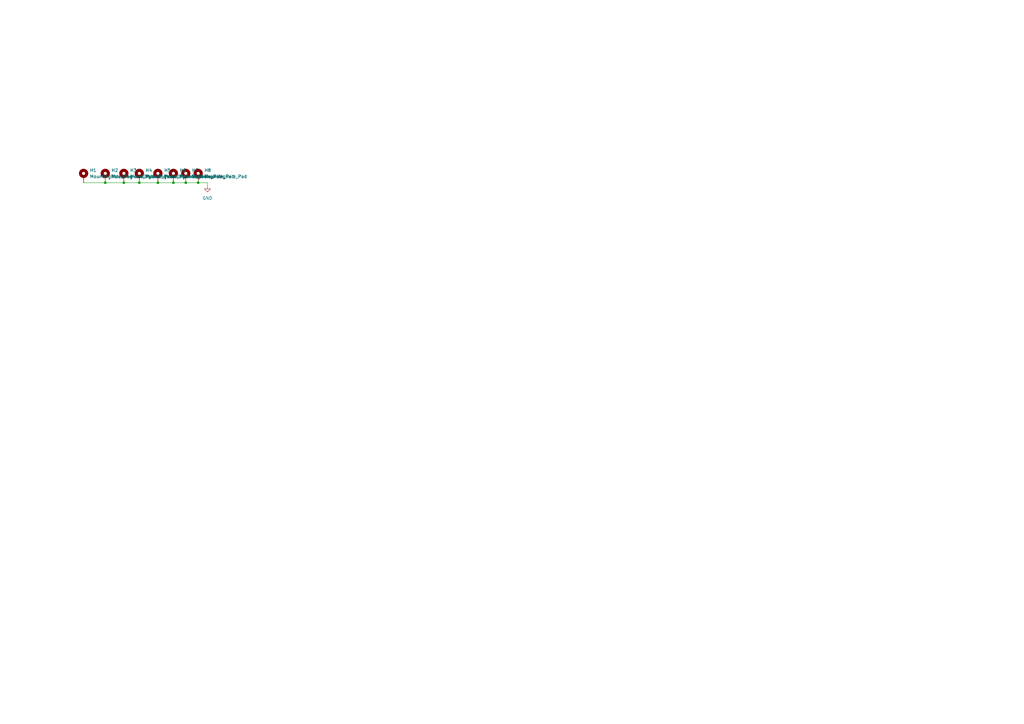
<source format=kicad_sch>
(kicad_sch (version 20211123) (generator eeschema)
  (paper "A3")
  (lib_symbols
    (symbol "Mechanical:MountingHole_Pad" (pin_numbers hide) (pin_names (offset 1.016) hide)
      (property "Reference" "H" (at 0 6.35 0))
      (property "Value" "MountingHole_Pad" (at 0 4.445 0))
      (symbol "MountingHole_Pad_0_1"
        (circle (center 0 1.27) (radius 1.27) (stroke (width 1.27)))
      )
      (symbol "MountingHole_Pad_1_1"
        (pin input line (at 0 -2.54 90) (length 2.54) (name "1") (number "1"))
      )
    )
    (symbol "power:GND" (power) (pin_names (offset 0))
      (property "Value" "GND" (at 0 -3.81 0))
      (symbol "GND_0_1"
        (polyline (pts (xy 0 0) (xy 0 -1.27) (xy 1.27 -1.27) (xy 0 -2.54) (xy -1.27 -1.27) (xy 0 -1.27)))
      )
      (symbol "GND_1_1"
        (pin power_in line (at 0 0 270) (length 0) hide (name "GND") (number "1"))
      )
    )
  )
  (junction (at 71.12 74.93))
  (junction (at 50.8 74.93))
  (junction (at 64.77 74.93))
  (junction (at 76.2 74.93))
  (junction (at 43.18 74.93))
  (junction (at 81.28 74.93))
  (junction (at 57.15 74.93))
  (wire (pts (xy 50.8 74.93) (xy 57.15 74.93)))
  (wire (pts (xy 34.29 74.93) (xy 43.18 74.93)))
  (wire (pts (xy 81.28 74.93) (xy 85.09 74.93)))
  (wire (pts (xy 76.2 74.93) (xy 81.28 74.93)))
  (wire (pts (xy 71.12 74.93) (xy 76.2 74.93)))
  (wire (pts (xy 85.09 74.93) (xy 85.09 76.2)))
  (wire (pts (xy 43.18 74.93) (xy 50.8 74.93)))
  (wire (pts (xy 64.77 74.93) (xy 71.12 74.93)))
  (wire (pts (xy 57.15 74.93) (xy 64.77 74.93)))
  (symbol (lib_id "Mechanical:MountingHole_Pad") (at 76.2 72.39 0) (unit 1)
    (property "Reference" "H7" (at 78.74 69.8499 0) (effects (justify left)))
    (property "Value" "MountingHole_Pad" (at 78.74 72.3899 0) (effects (justify left)))
  )
  (symbol (lib_id "Mechanical:MountingHole_Pad") (at 50.8 72.39 0) (unit 1)
    (property "Reference" "H3" (at 53.34 69.8499 0) (effects (justify left)))
    (property "Value" "MountingHole_Pad" (at 53.34 72.3899 0) (effects (justify left)))
  )
  (symbol (lib_id "Mechanical:MountingHole_Pad") (at 34.29 72.39 0) (unit 1)
    (property "Reference" "H1" (at 36.83 69.8499 0) (effects (justify left)))
    (property "Value" "MountingHole_Pad" (at 36.83 72.3899 0) (effects (justify left)))
    (property "Footprint" "MountingHole:MountingHole_2.2mm_M2_DIN965_Pad_TopBottom" (effects hide))
  )
  (symbol (lib_id "Mechanical:MountingHole_Pad") (at 64.77 72.39 0) (unit 1)
    (property "Reference" "H5" (at 67.31 69.8499 0) (effects (justify left)))
    (property "Value" "MountingHole_Pad" (at 67.31 72.3899 0) (effects (justify left)))
  )
  (symbol (lib_id "Mechanical:MountingHole_Pad") (at 43.18 72.39 0) (unit 1)
    (property "Reference" "H2" (at 45.72 69.8499 0) (effects (justify left)))
    (property "Value" "MountingHole_Pad" (at 45.72 72.3899 0) (effects (justify left)))
  )
  (symbol (lib_id "Mechanical:MountingHole_Pad") (at 71.12 72.39 0) (unit 1)
    (property "Reference" "H6" (at 73.66 69.8499 0) (effects (justify left)))
    (property "Value" "MountingHole_Pad" (at 73.66 72.3899 0) (effects (justify left)))
  )
  (symbol (lib_id "Mechanical:MountingHole_Pad") (at 81.28 72.39 0) (unit 1)
    (property "Reference" "H8" (at 83.82 69.8499 0) (effects (justify left)))
    (property "Value" "MountingHole_Pad" (at 83.82 72.3899 0) (effects (justify left)))
  )
  (symbol (lib_id "power:GND") (at 85.09 76.2 0) (unit 1)
    (property "Reference" "#PWR0123" (effects hide))
    (property "Value" "GND" (at 85.09 81.28 0))
  )
  (symbol (lib_id "Mechanical:MountingHole_Pad") (at 57.15 72.39 0) (unit 1)
    (property "Reference" "H4" (at 59.69 69.8499 0) (effects (justify left)))
    (property "Value" "MountingHole_Pad" (at 59.69 72.3899 0) (effects (justify left)))
  )
)
</source>
